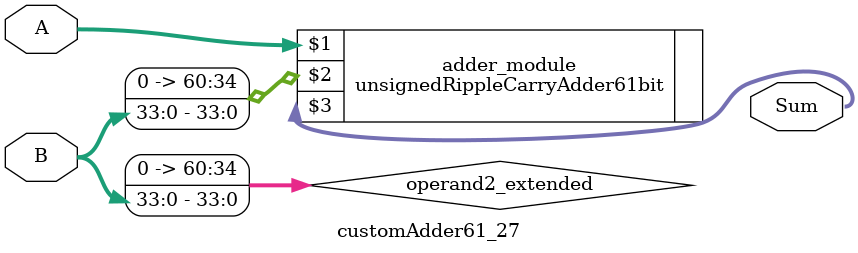
<source format=v>
module customAdder61_27(
                        input [60 : 0] A,
                        input [33 : 0] B,
                        
                        output [61 : 0] Sum
                );

        wire [60 : 0] operand2_extended;
        
        assign operand2_extended =  {27'b0, B};
        
        unsignedRippleCarryAdder61bit adder_module(
            A,
            operand2_extended,
            Sum
        );
        
        endmodule
        
</source>
